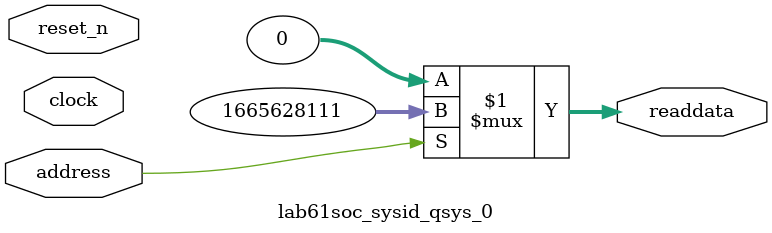
<source format=v>



// synthesis translate_off
`timescale 1ns / 1ps
// synthesis translate_on

// turn off superfluous verilog processor warnings 
// altera message_level Level1 
// altera message_off 10034 10035 10036 10037 10230 10240 10030 

module lab61soc_sysid_qsys_0 (
               // inputs:
                address,
                clock,
                reset_n,

               // outputs:
                readdata
             )
;

  output  [ 31: 0] readdata;
  input            address;
  input            clock;
  input            reset_n;

  wire    [ 31: 0] readdata;
  //control_slave, which is an e_avalon_slave
  assign readdata = address ? 1665628111 : 0;

endmodule



</source>
